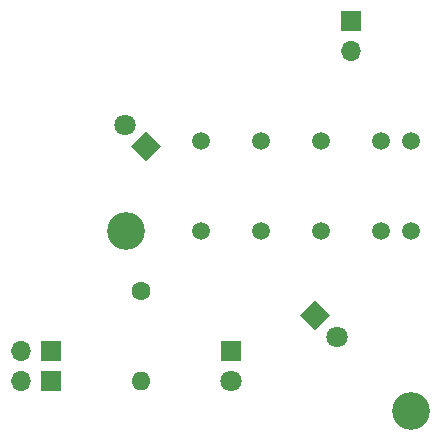
<source format=gts>
G04 #@! TF.GenerationSoftware,KiCad,Pcbnew,5.1.10*
G04 #@! TF.CreationDate,2021-05-04T22:43:39+02:00*
G04 #@! TF.ProjectId,Weichensimulator-45rechts,57656963-6865-46e7-9369-6d756c61746f,rev?*
G04 #@! TF.SameCoordinates,Original*
G04 #@! TF.FileFunction,Soldermask,Top*
G04 #@! TF.FilePolarity,Negative*
%FSLAX46Y46*%
G04 Gerber Fmt 4.6, Leading zero omitted, Abs format (unit mm)*
G04 Created by KiCad (PCBNEW 5.1.10) date 2021-05-04 22:43:39*
%MOMM*%
%LPD*%
G01*
G04 APERTURE LIST*
%ADD10C,3.200000*%
%ADD11C,1.800000*%
%ADD12C,0.100000*%
%ADD13C,1.500000*%
%ADD14R,1.800000X1.800000*%
%ADD15O,1.600000X1.600000*%
%ADD16C,1.600000*%
%ADD17O,1.700000X1.700000*%
%ADD18R,1.700000X1.700000*%
G04 APERTURE END LIST*
D10*
X139700000Y-115570000D03*
D11*
X139613949Y-106593949D03*
D12*
G36*
X142682792Y-108390000D02*
G01*
X141410000Y-109662792D01*
X140137208Y-108390000D01*
X141410000Y-107117208D01*
X142682792Y-108390000D01*
G37*
D13*
X163830000Y-107950000D03*
X161290000Y-107950000D03*
X156210000Y-107950000D03*
X151130000Y-107950000D03*
X146050000Y-107950000D03*
X146050000Y-115570000D03*
X151130000Y-115570000D03*
X156210000Y-115570000D03*
X161290000Y-115570000D03*
X163830000Y-115570000D03*
D14*
X148590000Y-125730000D03*
D11*
X148590000Y-128270000D03*
X157566051Y-124546051D03*
D12*
G36*
X154497208Y-122750000D02*
G01*
X155770000Y-121477208D01*
X157042792Y-122750000D01*
X155770000Y-124022792D01*
X154497208Y-122750000D01*
G37*
D15*
X140970000Y-128270000D03*
D16*
X140970000Y-120650000D03*
D17*
X158750000Y-100330000D03*
D18*
X158750000Y-97790000D03*
X133350000Y-125730000D03*
D17*
X130810000Y-125730000D03*
X130810000Y-128270000D03*
D18*
X133350000Y-128270000D03*
D10*
X163830000Y-130810000D03*
M02*

</source>
